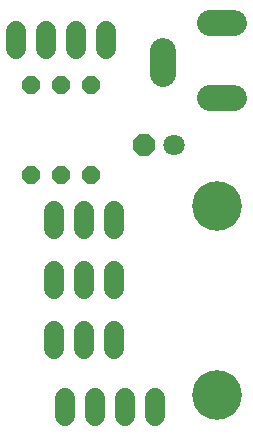
<source format=gbr>
G04 EAGLE Gerber X2 export*
%TF.Part,Single*%
%TF.FileFunction,Soldermask,Bot,1*%
%TF.FilePolarity,Negative*%
%TF.GenerationSoftware,Autodesk,EAGLE,9.1.3*%
%TF.CreationDate,2018-10-12T20:40:38Z*%
G75*
%MOMM*%
%FSLAX34Y34*%
%LPD*%
%AMOC8*
5,1,8,0,0,1.08239X$1,22.5*%
G01*
%ADD10C,4.203200*%
%ADD11P,1.951982X8X202.500000*%
%ADD12C,1.803400*%
%ADD13C,1.727200*%
%ADD14P,1.649562X8X112.500000*%
%ADD15C,2.203200*%


D10*
X430000Y520000D03*
X430000Y360000D03*
D11*
X368300Y571500D03*
D12*
X393700Y571500D03*
D13*
X292100Y414020D02*
X292100Y398780D01*
X317500Y398780D02*
X317500Y414020D01*
X342900Y414020D02*
X342900Y398780D01*
X292100Y449580D02*
X292100Y464820D01*
X317500Y464820D02*
X317500Y449580D01*
X342900Y449580D02*
X342900Y464820D01*
X292100Y500380D02*
X292100Y515620D01*
X317500Y515620D02*
X317500Y500380D01*
X342900Y500380D02*
X342900Y515620D01*
D14*
X323850Y546100D03*
X323850Y622300D03*
X298450Y546100D03*
X298450Y622300D03*
X273050Y546100D03*
X273050Y622300D03*
D13*
X377825Y356870D02*
X377825Y341630D01*
X352425Y341630D02*
X352425Y356870D01*
X327025Y356870D02*
X327025Y341630D01*
X301625Y341630D02*
X301625Y356870D01*
X260350Y652780D02*
X260350Y668020D01*
X285750Y668020D02*
X285750Y652780D01*
X311150Y652780D02*
X311150Y668020D01*
X336550Y668020D02*
X336550Y652780D01*
D15*
X424575Y611300D02*
X444575Y611300D01*
X444575Y674300D02*
X424575Y674300D01*
X384575Y651300D02*
X384575Y631300D01*
M02*

</source>
